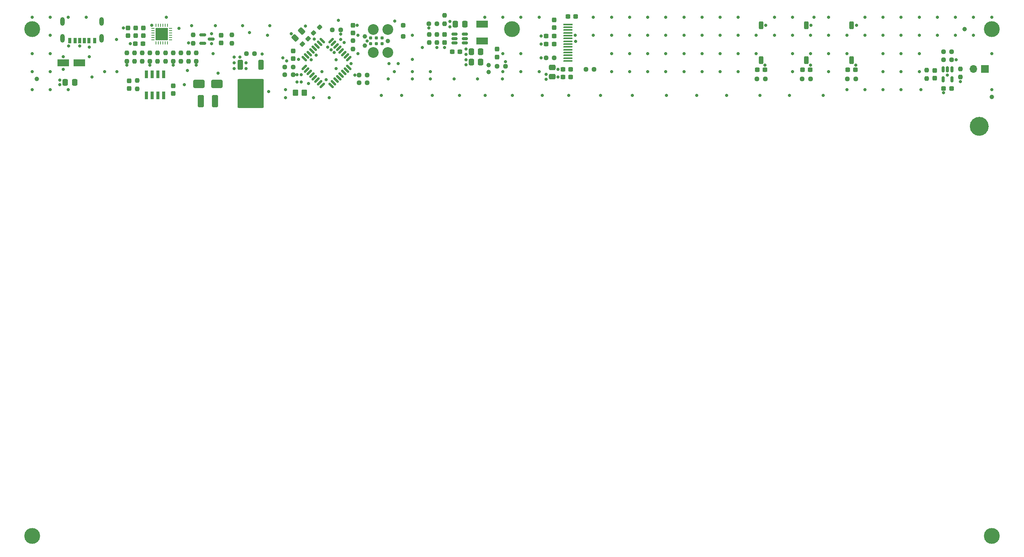
<source format=gbr>
%TF.GenerationSoftware,KiCad,Pcbnew,7.0.1*%
%TF.CreationDate,2023-08-11T10:48:01+02:00*%
%TF.ProjectId,HotPlate,486f7450-6c61-4746-952e-6b696361645f,rev?*%
%TF.SameCoordinates,PX2160ec0PY93d1cc0*%
%TF.FileFunction,Soldermask,Top*%
%TF.FilePolarity,Negative*%
%FSLAX46Y46*%
G04 Gerber Fmt 4.6, Leading zero omitted, Abs format (unit mm)*
G04 Created by KiCad (PCBNEW 7.0.1) date 2023-08-11 10:48:01*
%MOMM*%
%LPD*%
G01*
G04 APERTURE LIST*
G04 Aperture macros list*
%AMRoundRect*
0 Rectangle with rounded corners*
0 $1 Rounding radius*
0 $2 $3 $4 $5 $6 $7 $8 $9 X,Y pos of 4 corners*
0 Add a 4 corners polygon primitive as box body*
4,1,4,$2,$3,$4,$5,$6,$7,$8,$9,$2,$3,0*
0 Add four circle primitives for the rounded corners*
1,1,$1+$1,$2,$3*
1,1,$1+$1,$4,$5*
1,1,$1+$1,$6,$7*
1,1,$1+$1,$8,$9*
0 Add four rect primitives between the rounded corners*
20,1,$1+$1,$2,$3,$4,$5,0*
20,1,$1+$1,$4,$5,$6,$7,0*
20,1,$1+$1,$6,$7,$8,$9,0*
20,1,$1+$1,$8,$9,$2,$3,0*%
G04 Aperture macros list end*
%ADD10C,2.075000*%
%ADD11C,1.000000*%
%ADD12RoundRect,0.237500X-0.250000X-0.237500X0.250000X-0.237500X0.250000X0.237500X-0.250000X0.237500X0*%
%ADD13RoundRect,0.250000X-0.097227X0.574524X-0.574524X0.097227X0.097227X-0.574524X0.574524X-0.097227X0*%
%ADD14RoundRect,0.237500X0.250000X0.237500X-0.250000X0.237500X-0.250000X-0.237500X0.250000X-0.237500X0*%
%ADD15RoundRect,0.237500X-0.237500X0.250000X-0.237500X-0.250000X0.237500X-0.250000X0.237500X0.250000X0*%
%ADD16RoundRect,0.237500X0.237500X-0.250000X0.237500X0.250000X-0.237500X0.250000X-0.237500X-0.250000X0*%
%ADD17RoundRect,0.237500X-0.300000X-0.237500X0.300000X-0.237500X0.300000X0.237500X-0.300000X0.237500X0*%
%ADD18RoundRect,0.250000X-0.250000X0.250000X-0.250000X-0.250000X0.250000X-0.250000X0.250000X0.250000X0*%
%ADD19RoundRect,0.150000X-0.587500X-0.150000X0.587500X-0.150000X0.587500X0.150000X-0.587500X0.150000X0*%
%ADD20RoundRect,0.250000X-0.475000X0.337500X-0.475000X-0.337500X0.475000X-0.337500X0.475000X0.337500X0*%
%ADD21RoundRect,0.237500X-0.237500X0.287500X-0.237500X-0.287500X0.237500X-0.287500X0.237500X0.287500X0*%
%ADD22RoundRect,0.237500X-0.237500X0.300000X-0.237500X-0.300000X0.237500X-0.300000X0.237500X0.300000X0*%
%ADD23RoundRect,0.150000X0.512500X0.150000X-0.512500X0.150000X-0.512500X-0.150000X0.512500X-0.150000X0*%
%ADD24RoundRect,0.237500X0.237500X-0.300000X0.237500X0.300000X-0.237500X0.300000X-0.237500X-0.300000X0*%
%ADD25RoundRect,0.250000X0.337500X0.475000X-0.337500X0.475000X-0.337500X-0.475000X0.337500X-0.475000X0*%
%ADD26C,3.500000*%
%ADD27RoundRect,0.125000X-0.530330X0.353553X0.353553X-0.530330X0.530330X-0.353553X-0.353553X0.530330X0*%
%ADD28RoundRect,0.125000X-0.530330X-0.353553X-0.353553X-0.530330X0.530330X0.353553X0.353553X0.530330X0*%
%ADD29RoundRect,0.237500X-0.008839X-0.344715X0.344715X0.008839X0.008839X0.344715X-0.344715X-0.008839X0*%
%ADD30RoundRect,0.237500X0.300000X0.237500X-0.300000X0.237500X-0.300000X-0.237500X0.300000X-0.237500X0*%
%ADD31RoundRect,0.237500X0.044194X0.380070X-0.380070X-0.044194X-0.044194X-0.380070X0.380070X0.044194X0*%
%ADD32RoundRect,0.250000X0.250000X-0.625000X0.250000X0.625000X-0.250000X0.625000X-0.250000X-0.625000X0*%
%ADD33RoundRect,0.250000X-0.412500X-1.100000X0.412500X-1.100000X0.412500X1.100000X-0.412500X1.100000X0*%
%ADD34RoundRect,0.150000X-0.150000X0.512500X-0.150000X-0.512500X0.150000X-0.512500X0.150000X0.512500X0*%
%ADD35R,2.500000X1.500000*%
%ADD36RoundRect,0.250000X1.050000X0.550000X-1.050000X0.550000X-1.050000X-0.550000X1.050000X-0.550000X0*%
%ADD37R,1.700000X1.700000*%
%ADD38O,1.700000X1.700000*%
%ADD39R,0.700000X1.200000*%
%ADD40O,1.000000X1.900000*%
%ADD41RoundRect,0.237500X0.237500X-0.287500X0.237500X0.287500X-0.237500X0.287500X-0.237500X-0.287500X0*%
%ADD42C,2.374900*%
%ADD43C,0.990600*%
%ADD44C,0.787400*%
%ADD45RoundRect,0.250000X-1.000000X-0.650000X1.000000X-0.650000X1.000000X0.650000X-1.000000X0.650000X0*%
%ADD46R,0.250000X0.750000*%
%ADD47O,0.250000X0.750000*%
%ADD48O,0.750000X0.250000*%
%ADD49C,0.700000*%
%ADD50R,2.750000X2.750000*%
%ADD51R,2.000000X0.400000*%
%ADD52RoundRect,0.100000X0.900000X-0.100000X0.900000X0.100000X-0.900000X0.100000X-0.900000X-0.100000X0*%
%ADD53RoundRect,0.250000X0.350000X0.450000X-0.350000X0.450000X-0.350000X-0.450000X0.350000X-0.450000X0*%
%ADD54RoundRect,0.250000X-0.350000X0.850000X-0.350000X-0.850000X0.350000X-0.850000X0.350000X0.850000X0*%
%ADD55RoundRect,0.249997X-2.650003X2.950003X-2.650003X-2.950003X2.650003X-2.950003X2.650003X2.950003X0*%
%ADD56R,0.720000X1.780000*%
G04 APERTURE END LIST*
D10*
X214237500Y94500000D02*
G75*
G03*
X214237500Y94500000I-1037500J0D01*
G01*
D11*
%TO.C,TP201*%
X104788164Y106500000D03*
X104788164Y108000000D03*
%TD*%
D12*
%TO.C,R205*%
X106687500Y107800000D03*
X108512500Y107800000D03*
%TD*%
D13*
%TO.C,C208*%
X63533623Y115533623D03*
X62066377Y114066377D03*
%TD*%
D14*
%TO.C,R304*%
X128112500Y107100000D03*
X126287500Y107100000D03*
%TD*%
D15*
%TO.C,R113*%
X30000000Y110712500D03*
X30000000Y108887500D03*
%TD*%
D16*
%TO.C,R108*%
X31700000Y108887500D03*
X31700000Y110712500D03*
%TD*%
D17*
%TO.C,C202*%
X96737500Y111000000D03*
X98462500Y111000000D03*
%TD*%
D18*
%TO.C,D203*%
X85900000Y116850000D03*
X85900000Y114350000D03*
%TD*%
D15*
%TO.C,R401*%
X209000000Y107212500D03*
X209000000Y105387500D03*
%TD*%
D19*
%TO.C,Q101*%
X41662500Y114750000D03*
X41662500Y112850000D03*
X43537500Y113800000D03*
%TD*%
D20*
%TO.C,C310*%
X118900000Y107537500D03*
X118900000Y105462500D03*
%TD*%
D14*
%TO.C,R103*%
X61612500Y107600000D03*
X59787500Y107600000D03*
%TD*%
D21*
%TO.C,D202*%
X74800000Y116875000D03*
X74800000Y115125000D03*
%TD*%
D22*
%TO.C,C204*%
X95100000Y114762500D03*
X95100000Y113037500D03*
%TD*%
D11*
%TO.C,*%
X216000000Y101000000D03*
%TD*%
D15*
%TO.C,R115*%
X24900000Y110712500D03*
X24900000Y108887500D03*
%TD*%
D12*
%TO.C,R403*%
X205287500Y109200000D03*
X207112500Y109200000D03*
%TD*%
D23*
%TO.C,U201*%
X99537500Y112950000D03*
X99537500Y113900000D03*
X99537500Y114850000D03*
X97262500Y114850000D03*
X97262500Y113900000D03*
X97262500Y112950000D03*
%TD*%
D24*
%TO.C,C105*%
X25100000Y114537500D03*
X25100000Y116262500D03*
%TD*%
D16*
%TO.C,R203*%
X91700000Y112987500D03*
X91700000Y114812500D03*
%TD*%
%TO.C,R116*%
X36800000Y108887500D03*
X36800000Y110712500D03*
%TD*%
%TO.C,R109*%
X33400000Y108887500D03*
X33400000Y110712500D03*
%TD*%
D17*
%TO.C,C308*%
X122337500Y118800000D03*
X124062500Y118800000D03*
%TD*%
%TO.C,C303*%
X164137500Y107000000D03*
X165862500Y107000000D03*
%TD*%
D25*
%TO.C,C201*%
X99537500Y117100000D03*
X97462500Y117100000D03*
%TD*%
D16*
%TO.C,R118*%
X38500000Y108887500D03*
X38500000Y110712500D03*
%TD*%
D26*
%TO.C,REF\u002A\u002A*%
X4000000Y116000000D03*
%TD*%
D27*
%TO.C,U202*%
X68027728Y113432070D03*
X67462043Y112866384D03*
X66896357Y112300699D03*
X66330672Y111735014D03*
X65764986Y111169328D03*
X65199301Y110603643D03*
X64633616Y110037957D03*
X64067930Y109472272D03*
D28*
X64067930Y107527728D03*
X64633616Y106962043D03*
X65199301Y106396357D03*
X65764986Y105830672D03*
X66330672Y105264986D03*
X66896357Y104699301D03*
X67462043Y104133616D03*
X68027728Y103567930D03*
D27*
X69972272Y103567930D03*
X70537957Y104133616D03*
X71103643Y104699301D03*
X71669328Y105264986D03*
X72235014Y105830672D03*
X72800699Y106396357D03*
X73366384Y106962043D03*
X73932070Y107527728D03*
D28*
X73932070Y109472272D03*
X73366384Y110037957D03*
X72800699Y110603643D03*
X72235014Y111169328D03*
X71669328Y111735014D03*
X71103643Y112300699D03*
X70537957Y112866384D03*
X69972272Y113432070D03*
%TD*%
D26*
%TO.C,REF\u002A\u002A*%
X4000000Y4000000D03*
%TD*%
D29*
%TO.C,R104*%
X66154765Y115154765D03*
X67445235Y116445235D03*
%TD*%
D30*
%TO.C,C305*%
X119262500Y114500000D03*
X117537500Y114500000D03*
%TD*%
D31*
%TO.C,C207*%
X64909880Y113909880D03*
X63690120Y112690120D03*
%TD*%
D32*
%TO.C,SW301*%
X185000000Y109125000D03*
X185000000Y116875000D03*
%TD*%
D33*
%TO.C,C109*%
X41237500Y100100000D03*
X44362500Y100100000D03*
%TD*%
D14*
%TO.C,R307*%
X119312500Y109600000D03*
X117487500Y109600000D03*
%TD*%
D16*
%TO.C,R112*%
X28300000Y108887500D03*
X28300000Y110712500D03*
%TD*%
D25*
%TO.C,C205*%
X103037500Y111000000D03*
X100962500Y111000000D03*
%TD*%
D14*
%TO.C,R107*%
X61612500Y105900000D03*
X59787500Y105900000D03*
%TD*%
D34*
%TO.C,U401*%
X207150000Y107137500D03*
X206200000Y107137500D03*
X205250000Y107137500D03*
X205250000Y104862500D03*
X207150000Y104862500D03*
%TD*%
D16*
%TO.C,R206*%
X74800000Y111587500D03*
X74800000Y113412500D03*
%TD*%
D35*
%TO.C,L201*%
X103400000Y117050000D03*
X103400000Y113350000D03*
%TD*%
D36*
%TO.C,C101*%
X14400000Y108500000D03*
X10800000Y108500000D03*
%TD*%
D37*
%TO.C,TH401*%
X214475000Y107200000D03*
D38*
X211935000Y107200000D03*
%TD*%
D22*
%TO.C,C309*%
X119300000Y118062500D03*
X119300000Y116337500D03*
%TD*%
D30*
%TO.C,C306*%
X122962500Y105400000D03*
X121237500Y105400000D03*
%TD*%
D32*
%TO.C,SW302*%
X175000000Y109125000D03*
X175000000Y116875000D03*
%TD*%
D39*
%TO.C,J101*%
X15500000Y113410000D03*
X13480000Y113410000D03*
X12250000Y113410000D03*
X17750000Y113410000D03*
X16520000Y113410000D03*
X14500000Y113410000D03*
D40*
X19320000Y113940000D03*
X19320000Y117690000D03*
X10680000Y113940000D03*
X10680000Y117690000D03*
%TD*%
D41*
%TO.C,D201*%
X106700000Y109825000D03*
X106700000Y111575000D03*
%TD*%
D14*
%TO.C,R302*%
X175912500Y105000000D03*
X174087500Y105000000D03*
%TD*%
D24*
%TO.C,C104*%
X35100000Y101737500D03*
X35100000Y103462500D03*
%TD*%
D14*
%TO.C,R105*%
X72112500Y115800000D03*
X70287500Y115800000D03*
%TD*%
D32*
%TO.C,SW303*%
X165000000Y109125000D03*
X165000000Y116875000D03*
%TD*%
D11*
%TO.C,FID1*%
X5000000Y105000000D03*
%TD*%
D25*
%TO.C,C203*%
X103037500Y108700000D03*
X100962500Y108700000D03*
%TD*%
D24*
%TO.C,C108*%
X26800000Y114537500D03*
X26800000Y116262500D03*
%TD*%
D15*
%TO.C,R119*%
X40200000Y110712500D03*
X40200000Y108887500D03*
%TD*%
%TO.C,R201*%
X95100000Y119012500D03*
X95100000Y117187500D03*
%TD*%
D14*
%TO.C,R202*%
X93412500Y117200000D03*
X91587500Y117200000D03*
%TD*%
D26*
%TO.C,REF\u002A\u002A*%
X110000000Y116000000D03*
%TD*%
D25*
%TO.C,C102*%
X13337500Y104200000D03*
X11262500Y104200000D03*
%TD*%
D26*
%TO.C,REF\u002A\u002A*%
X216000000Y4000000D03*
%TD*%
D41*
%TO.C,D101*%
X45700000Y112925000D03*
X45700000Y114675000D03*
%TD*%
D15*
%TO.C,R404*%
X201600000Y106912500D03*
X201600000Y105087500D03*
%TD*%
%TO.C,R102*%
X39500000Y114712500D03*
X39500000Y112887500D03*
%TD*%
D42*
%TO.C,J201*%
X82540000Y110860000D03*
D43*
X82540000Y113400000D03*
D42*
X82540000Y115940000D03*
X79365000Y110860000D03*
X79365000Y115940000D03*
D43*
X77460000Y112384000D03*
X77460000Y114416000D03*
D44*
X81270000Y114035000D03*
X81270000Y112765000D03*
X80000000Y114035000D03*
X80000000Y112765000D03*
X78730000Y114035000D03*
X78730000Y112765000D03*
%TD*%
D45*
%TO.C,D102*%
X40800000Y103900000D03*
X44800000Y103900000D03*
%TD*%
D26*
%TO.C,REF\u002A\u002A*%
X216000000Y116000000D03*
%TD*%
D22*
%TO.C,C206*%
X61600000Y111162500D03*
X61600000Y109437500D03*
%TD*%
D30*
%TO.C,C106*%
X28462500Y112800000D03*
X26737500Y112800000D03*
%TD*%
D16*
%TO.C,R101*%
X48100000Y112887500D03*
X48100000Y114712500D03*
%TD*%
D11*
%TO.C,*%
X210000000Y116000000D03*
%TD*%
D12*
%TO.C,R306*%
X76187500Y104100000D03*
X78012500Y104100000D03*
%TD*%
D16*
%TO.C,R106*%
X27200000Y102787500D03*
X27200000Y104612500D03*
%TD*%
D30*
%TO.C,C304*%
X119262500Y112700000D03*
X117537500Y112700000D03*
%TD*%
D46*
%TO.C,U102*%
X31350000Y112950000D03*
D47*
X31850000Y112950000D03*
X32350000Y112950000D03*
X32850000Y112950000D03*
X33350000Y112950000D03*
X33850000Y112950000D03*
D48*
X34550000Y113650000D03*
X34550000Y114150000D03*
X34550000Y114650000D03*
X34550000Y115150000D03*
X34550000Y115650000D03*
X34550000Y116150000D03*
D47*
X33850000Y116850000D03*
X33350000Y116850000D03*
X32850000Y116850000D03*
X32350000Y116850000D03*
X31850000Y116850000D03*
X31350000Y116850000D03*
D48*
X30650000Y116150000D03*
X30650000Y115650000D03*
X30650000Y115150000D03*
X30650000Y114650000D03*
X30650000Y114150000D03*
X30650000Y113650000D03*
D49*
X31700000Y114000000D03*
X33500000Y114000000D03*
X32600000Y114900000D03*
D50*
X32600000Y114900000D03*
D49*
X31700000Y115800000D03*
X33500000Y115800000D03*
%TD*%
D15*
%TO.C,R117*%
X35100000Y110712500D03*
X35100000Y108887500D03*
%TD*%
D16*
%TO.C,R114*%
X26600000Y108887500D03*
X26600000Y110712500D03*
%TD*%
D14*
%TO.C,R111*%
X53112500Y110600000D03*
X51287500Y110600000D03*
%TD*%
D51*
%TO.C,J301*%
X122300000Y117030000D03*
D52*
X122300000Y116410000D03*
X122300000Y115790000D03*
X122300000Y115170000D03*
X122300000Y114550000D03*
X122300000Y113930000D03*
X122300000Y113310000D03*
X122300000Y112690000D03*
X122300000Y112070000D03*
X122300000Y111450000D03*
X122300000Y110830000D03*
X122300000Y110210000D03*
X122300000Y109590000D03*
X122300000Y108970000D03*
%TD*%
D14*
%TO.C,R402*%
X207112500Y111000000D03*
X205287500Y111000000D03*
%TD*%
D17*
%TO.C,C302*%
X174137500Y107000000D03*
X175862500Y107000000D03*
%TD*%
D30*
%TO.C,C307*%
X122962500Y107100000D03*
X121237500Y107100000D03*
%TD*%
D24*
%TO.C,C401*%
X203400000Y105137500D03*
X203400000Y106862500D03*
%TD*%
D14*
%TO.C,R301*%
X185912500Y105000000D03*
X184087500Y105000000D03*
%TD*%
D53*
%TO.C,R110*%
X64100000Y101900000D03*
X62100000Y101900000D03*
%TD*%
D15*
%TO.C,R204*%
X93400000Y114812500D03*
X93400000Y112987500D03*
%TD*%
D54*
%TO.C,Q102*%
X54480000Y108100000D03*
D55*
X52200000Y101800000D03*
D54*
X49920000Y108100000D03*
%TD*%
D12*
%TO.C,R305*%
X76187500Y105800000D03*
X78012500Y105800000D03*
%TD*%
D24*
%TO.C,C107*%
X28500000Y114537500D03*
X28500000Y116262500D03*
%TD*%
D17*
%TO.C,C402*%
X205337500Y102900000D03*
X207062500Y102900000D03*
%TD*%
D56*
%TO.C,U101*%
X33005000Y106040000D03*
X31735000Y106040000D03*
X30465000Y106040000D03*
X29195000Y106040000D03*
X29195000Y101360000D03*
X30465000Y101360000D03*
X31735000Y101360000D03*
X33005000Y101360000D03*
%TD*%
D24*
%TO.C,C103*%
X25400000Y102837500D03*
X25400000Y104562500D03*
%TD*%
D14*
%TO.C,R303*%
X165912500Y105000000D03*
X164087500Y105000000D03*
%TD*%
D17*
%TO.C,C301*%
X184137500Y107000000D03*
X185862500Y107000000D03*
%TD*%
D49*
X83950000Y106597500D03*
X135950000Y106597500D03*
X99850000Y109250000D03*
X14500000Y112300000D03*
X195950000Y102597500D03*
X75808798Y116867003D03*
X120150000Y105400000D03*
X171950000Y114597500D03*
X65650000Y109200000D03*
X175950000Y110597500D03*
X7950000Y114597500D03*
X165896585Y108029756D03*
X39206918Y116750000D03*
X147950000Y118597500D03*
X19950000Y106597500D03*
X124000000Y113300000D03*
X85600000Y101350000D03*
X215950000Y102597500D03*
X115950000Y118597500D03*
X24137500Y116262500D03*
X150775000Y101350000D03*
X43950000Y110597500D03*
X97175000Y104975000D03*
X48600000Y109800000D03*
X64350000Y116700000D03*
X147950000Y110597500D03*
X131950000Y110597500D03*
X95100000Y111950000D03*
X195950000Y110597500D03*
X48600000Y107300000D03*
X22675000Y106625000D03*
X143950000Y114597500D03*
X187950000Y114597500D03*
X50475000Y116750000D03*
X116450000Y114500000D03*
X164750000Y101350000D03*
X127950000Y114597500D03*
X183950000Y110597500D03*
X103950000Y118597500D03*
X7950000Y102597500D03*
X65025000Y103925000D03*
X155950000Y110597500D03*
X110050000Y101350000D03*
X166050000Y116850000D03*
X56200000Y102200000D03*
X3950000Y110597500D03*
X96300000Y117650000D03*
X179950000Y110597500D03*
X111950000Y118597500D03*
X207950000Y118597500D03*
X203950000Y114597500D03*
X151950000Y106597500D03*
X151950000Y118597500D03*
X163950000Y110597500D03*
X107825000Y104975000D03*
X191950000Y118597500D03*
X151950000Y114597500D03*
X7950000Y110597500D03*
X3950000Y106597500D03*
X199950000Y118597500D03*
X24900000Y108000000D03*
X187950000Y102597500D03*
X30000000Y108000000D03*
X17200000Y105375000D03*
X108523962Y108780000D03*
X139950000Y110597500D03*
X3950000Y118597500D03*
X129500000Y101350000D03*
X99850000Y110400000D03*
X116450000Y112700000D03*
X87950000Y106597500D03*
X107950000Y106597500D03*
X139950000Y114597500D03*
X51200000Y107300000D03*
X127950000Y118597500D03*
X3950000Y102597500D03*
X205345021Y101912107D03*
X107950000Y110597500D03*
X22600000Y113700000D03*
X171950000Y106597500D03*
X11950000Y102597500D03*
X176050000Y116850000D03*
X72100000Y113700000D03*
X175950000Y114597500D03*
X179950000Y118597500D03*
X191950000Y110597500D03*
X107950000Y118597500D03*
X91950000Y104975000D03*
X38250000Y106825000D03*
X59378399Y109668213D03*
X206195971Y105869901D03*
X159950000Y114597500D03*
X16625000Y109925000D03*
X187950000Y118597500D03*
X120167927Y107097687D03*
X135950000Y110597500D03*
X135950000Y114597500D03*
X71100000Y107250000D03*
X159950000Y110597500D03*
X143950000Y106597500D03*
X25650000Y112800000D03*
X70000000Y111400000D03*
X207950000Y114597500D03*
X82600000Y104975000D03*
X51950000Y115200000D03*
X115950000Y106597500D03*
X67950000Y106597500D03*
X131950000Y106597500D03*
X116450000Y109600000D03*
X183950000Y114597500D03*
X144100000Y101350000D03*
X157400000Y101350000D03*
X143950000Y110597500D03*
X43600000Y115000000D03*
X136600000Y101350000D03*
X191950000Y114597500D03*
X11950000Y118597500D03*
X191950000Y102597500D03*
X199950000Y106600000D03*
X55950000Y114597500D03*
X96300000Y116500000D03*
X49900000Y109800000D03*
X87950000Y109300000D03*
X10100000Y104700000D03*
X135950000Y118597500D03*
X92350000Y101350000D03*
X122475000Y101350000D03*
X171950000Y118597500D03*
X171950000Y110597500D03*
X147950000Y114597500D03*
X155950000Y106597500D03*
X75950000Y110597500D03*
X208100000Y109200000D03*
X15950000Y118597500D03*
X203950000Y118597500D03*
X43600000Y112800000D03*
X183950000Y102597500D03*
X91950000Y106597500D03*
X62800000Y109300000D03*
X59950000Y102597500D03*
X171300000Y101350000D03*
X68950000Y104800000D03*
X104050000Y101350000D03*
X209000000Y104402724D03*
X211950000Y114597500D03*
X87950000Y104975000D03*
X63400000Y105900000D03*
X59950000Y100800000D03*
X167950000Y118597500D03*
X7950000Y118597500D03*
X199950000Y110597500D03*
X44475000Y116750000D03*
X159950000Y106597500D03*
X186050000Y116850000D03*
X143950000Y118597500D03*
X90200000Y111925000D03*
X66100000Y100800000D03*
X48600000Y108500000D03*
X10100000Y103700000D03*
X195950000Y118597500D03*
X117500000Y104900000D03*
X54775000Y110525000D03*
X69550000Y100800000D03*
X98350000Y101350000D03*
X66250000Y113750000D03*
X147950000Y106597500D03*
X71100000Y109250000D03*
X87950000Y114597500D03*
X215950000Y118597500D03*
X215950000Y110597500D03*
X178725000Y101350000D03*
X179950000Y114597500D03*
X99850000Y111550000D03*
X35100000Y108000000D03*
X159950000Y118597500D03*
X78000000Y113400000D03*
X163950000Y114597500D03*
X155950000Y114597500D03*
X45025000Y106250000D03*
X38500000Y112900000D03*
X111950000Y106597500D03*
X139950000Y106597500D03*
X195950000Y114597500D03*
X91584946Y116228710D03*
X131950000Y114597500D03*
X211950000Y118597500D03*
X10800000Y109900000D03*
X139950000Y118597500D03*
X81125000Y101350000D03*
X16600000Y112000000D03*
X66750000Y110200000D03*
X176700000Y118600000D03*
X40200000Y108000000D03*
X195950000Y106597500D03*
X117500000Y106000000D03*
X151950000Y110597500D03*
X12000000Y112250000D03*
X179950000Y106597500D03*
X116696995Y101350000D03*
X175925178Y108035534D03*
X56475000Y116750000D03*
X10800000Y107100000D03*
X123950000Y114597500D03*
X191950000Y106597500D03*
X61200000Y115000000D03*
X200300000Y102600000D03*
X75950000Y114597500D03*
X93400000Y111950000D03*
X63400000Y104300000D03*
X199950000Y114597500D03*
X71600000Y117950000D03*
X102325000Y104975000D03*
X185918466Y108030872D03*
X7950000Y106597500D03*
X51200000Y108500000D03*
X167950000Y114597500D03*
X99850000Y108150000D03*
X155950000Y118597500D03*
X111950000Y110597500D03*
X84100000Y117750000D03*
X131950000Y118597500D03*
X33600000Y118625000D03*
X30400000Y116875500D03*
X36400000Y116200000D03*
X37600000Y103700000D03*
X72900000Y113000000D03*
X70700000Y110800000D03*
X62500000Y104300000D03*
X72100000Y114900000D03*
X84800000Y108400000D03*
X69250000Y112050000D03*
X82800000Y108400000D03*
X62500000Y105900000D03*
X60200000Y109000000D03*
X75300000Y105800000D03*
X74400000Y108400000D03*
M02*

</source>
